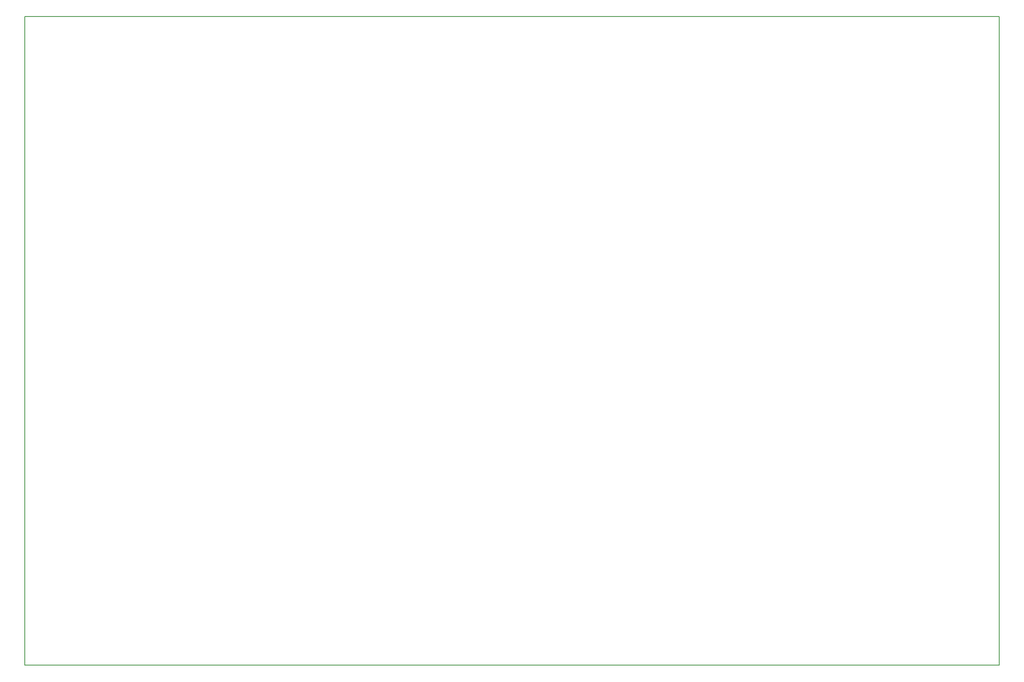
<source format=gm1>
G04 MADE WITH FRITZING*
G04 WWW.FRITZING.ORG*
G04 DOUBLE SIDED*
G04 HOLES PLATED*
G04 CONTOUR ON CENTER OF CONTOUR VECTOR*
%ASAXBY*%
%FSLAX23Y23*%
%MOIN*%
%OFA0B0*%
%SFA1.0B1.0*%
%ADD10R,8.267720X5.511820*%
%ADD11C,0.008000*%
%ADD10C,0.008*%
%LNCONTOUR*%
G90*
G70*
G54D10*
G54D11*
X4Y5508D02*
X8264Y5508D01*
X8264Y4D01*
X4Y4D01*
X4Y5508D01*
D02*
G04 End of contour*
M02*
</source>
